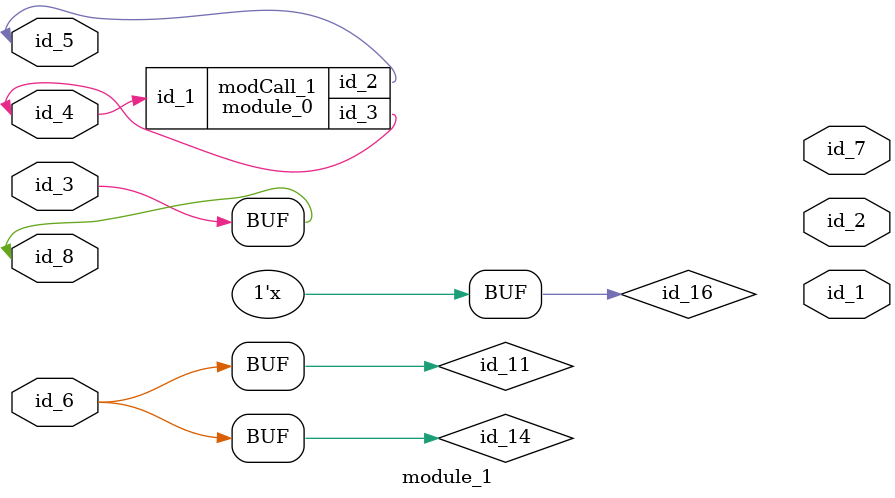
<source format=v>
module module_0 (
    id_1,
    id_2,
    id_3
);
  inout wire id_3;
  inout wire id_2;
  input wire id_1;
  wire id_4;
  assign module_1.id_15 = 0;
endmodule
module module_1 (
    id_1,
    id_2,
    id_3,
    id_4,
    id_5,
    id_6,
    id_7,
    id_8
);
  inout wire id_8;
  output wire id_7;
  inout wire id_6;
  inout wire id_5;
  inout wire id_4;
  input wire id_3;
  output wire id_2;
  output wire id_1;
  reg id_9, id_10, id_11 = id_6, id_12, id_13, id_14 = id_11, id_15, id_16 = id_16, id_17;
  module_0 modCall_1 (
      id_4,
      id_5,
      id_4
  );
  assign id_8 = id_3;
  always if (id_16) id_9 <= id_3;
  wire id_18;
  wire id_19;
endmodule

</source>
